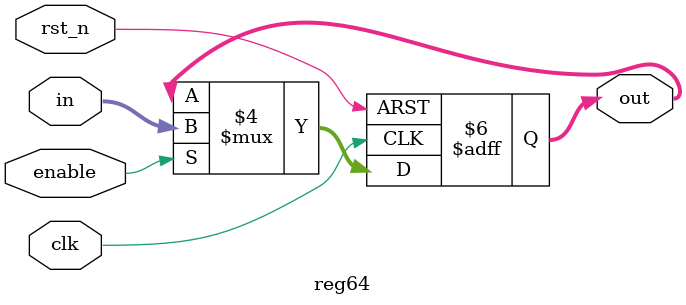
<source format=v>
module reg64(out, in, enable, rst_n, clk);
output [63:0] out;
input [63:0] in;
input enable, rst_n, clk;
reg [63:0] out;

always @(posedge clk, negedge rst_n) begin
    if (rst_n == 1'b0)
        out <= 0;
    else begin
        if(enable) 
            out <= in;
        else 
            out <= out;
    end
end

endmodule

</source>
